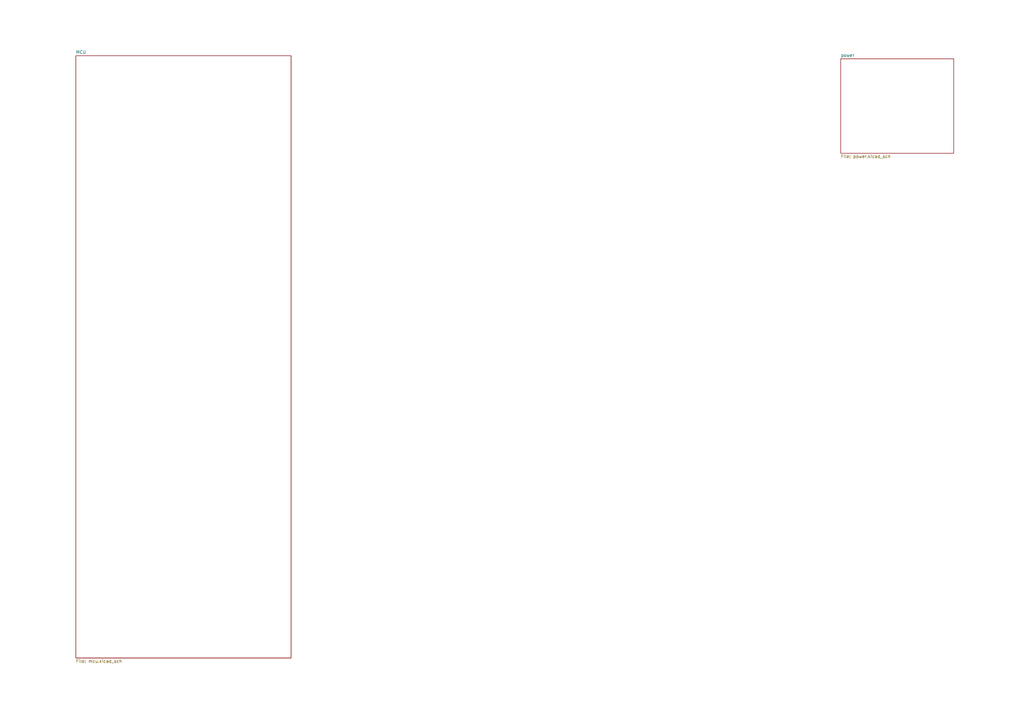
<source format=kicad_sch>
(kicad_sch
	(version 20231120)
	(generator "eeschema")
	(generator_version "8.0")
	(uuid "32450062-e64b-4ab3-990a-bf00b5eb1a78")
	(paper "A3")
	(lib_symbols)
	(sheet
		(at 344.805 24.13)
		(size 46.355 38.735)
		(fields_autoplaced yes)
		(stroke
			(width 0.1524)
			(type solid)
		)
		(fill
			(color 0 0 0 0.0000)
		)
		(uuid "011387e4-a3eb-4ae9-982a-4167641de906")
		(property "Sheetname" "power"
			(at 344.805 23.4184 0)
			(effects
				(font
					(size 1.27 1.27)
				)
				(justify left bottom)
			)
		)
		(property "Sheetfile" "power.kicad_sch"
			(at 344.805 63.4496 0)
			(effects
				(font
					(size 1.27 1.27)
				)
				(justify left top)
			)
		)
		(instances
			(project "Audio_DSP"
				(path "/32450062-e64b-4ab3-990a-bf00b5eb1a78"
					(page "3")
				)
			)
		)
	)
	(sheet
		(at 31.115 22.86)
		(size 88.265 247.015)
		(fields_autoplaced yes)
		(stroke
			(width 0.1524)
			(type solid)
		)
		(fill
			(color 0 0 0 0.0000)
		)
		(uuid "6a7b7027-33a3-433f-a242-93bdcac87ae2")
		(property "Sheetname" "MCU"
			(at 31.115 22.1484 0)
			(effects
				(font
					(size 1.27 1.27)
				)
				(justify left bottom)
			)
		)
		(property "Sheetfile" "mcu.kicad_sch"
			(at 31.115 270.4596 0)
			(effects
				(font
					(size 1.27 1.27)
				)
				(justify left top)
			)
		)
		(instances
			(project "Audio_DSP"
				(path "/32450062-e64b-4ab3-990a-bf00b5eb1a78"
					(page "2")
				)
			)
		)
	)
	(sheet_instances
		(path "/"
			(page "1")
		)
	)
)
</source>
